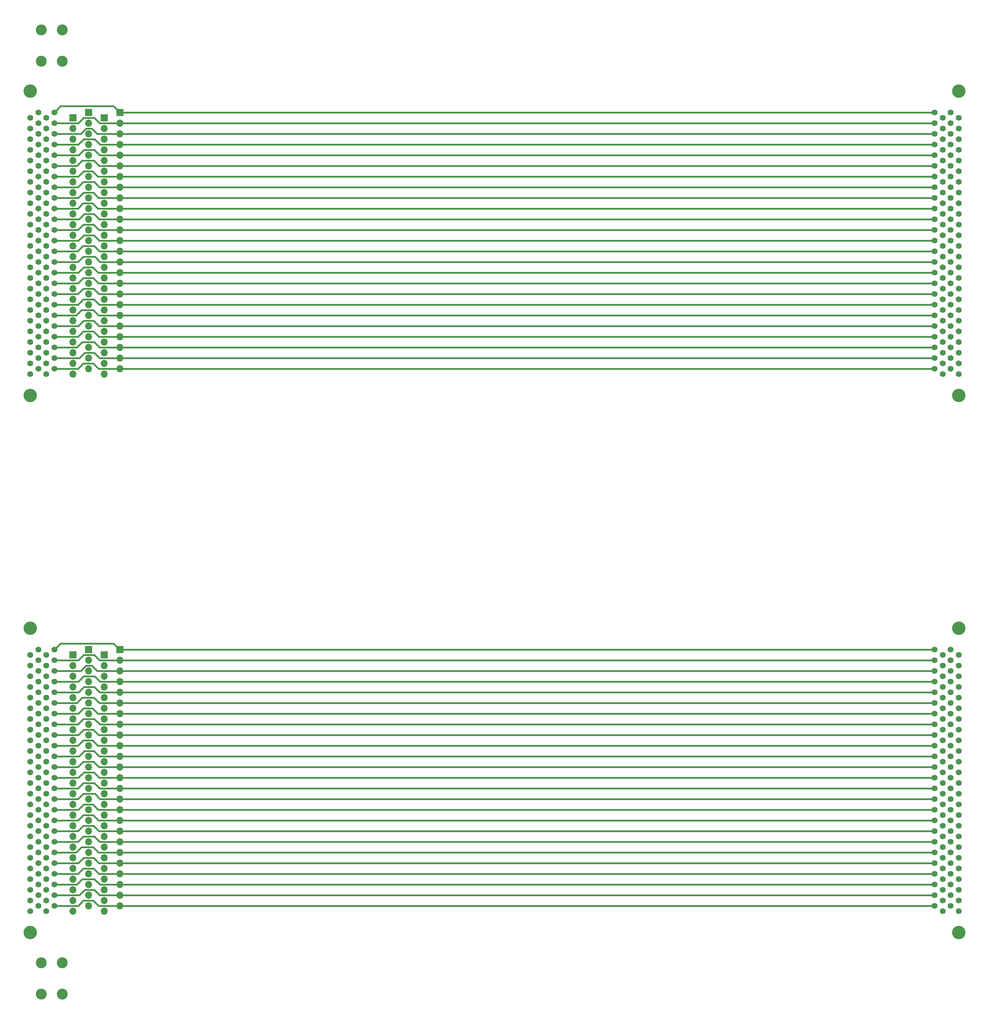
<source format=gbr>
%TF.GenerationSoftware,KiCad,Pcbnew,5.1.12-84ad8e8a86~92~ubuntu20.04.1*%
%TF.CreationDate,2022-06-08T18:54:32+02:00*%
%TF.ProjectId,bvm-a-card-breakout,62766d2d-612d-4636-9172-642d62726561,rev?*%
%TF.SameCoordinates,Original*%
%TF.FileFunction,Copper,L3,Inr*%
%TF.FilePolarity,Positive*%
%FSLAX46Y46*%
G04 Gerber Fmt 4.6, Leading zero omitted, Abs format (unit mm)*
G04 Created by KiCad (PCBNEW 5.1.12-84ad8e8a86~92~ubuntu20.04.1) date 2022-06-08 18:54:32*
%MOMM*%
%LPD*%
G01*
G04 APERTURE LIST*
%TA.AperFunction,ComponentPad*%
%ADD10C,3.200000*%
%TD*%
%TA.AperFunction,ComponentPad*%
%ADD11C,1.400000*%
%TD*%
%TA.AperFunction,ComponentPad*%
%ADD12O,1.700000X1.700000*%
%TD*%
%TA.AperFunction,ComponentPad*%
%ADD13R,1.700000X1.700000*%
%TD*%
%TA.AperFunction,ComponentPad*%
%ADD14C,2.600000*%
%TD*%
%TA.AperFunction,Conductor*%
%ADD15C,0.400000*%
%TD*%
G04 APERTURE END LIST*
D10*
%TO.N,N/C*%
%TO.C,J1*%
X124648840Y-162687000D03*
X124648840Y-90297000D03*
D11*
%TO.N,B2*%
X124648840Y-96647000D03*
%TO.N,B4*%
X124648840Y-99187000D03*
%TO.N,B6*%
X124648840Y-101727000D03*
%TO.N,B8*%
X124648840Y-104267000D03*
%TO.N,B10*%
X124648840Y-106807000D03*
%TO.N,B12*%
X124648840Y-109347000D03*
%TO.N,B14*%
X124648840Y-111887000D03*
%TO.N,B16*%
X124648840Y-114427000D03*
%TO.N,B18*%
X124648840Y-116967000D03*
%TO.N,B20*%
X124648840Y-119507000D03*
%TO.N,B22*%
X124648840Y-122047000D03*
%TO.N,B24*%
X124648840Y-124587000D03*
%TO.N,B26*%
X124648840Y-127127000D03*
%TO.N,B28*%
X124648840Y-129667000D03*
%TO.N,B30*%
X124648840Y-132207000D03*
%TO.N,B32*%
X124648840Y-134747000D03*
%TO.N,B34*%
X124648840Y-137287000D03*
%TO.N,B36*%
X124648840Y-139827000D03*
%TO.N,B38*%
X124648840Y-142367000D03*
%TO.N,B40*%
X124648840Y-144907000D03*
%TO.N,B42*%
X124648840Y-147447000D03*
%TO.N,B44*%
X124648840Y-149987000D03*
%TO.N,B46*%
X124648840Y-152527000D03*
%TO.N,B48*%
X124648840Y-155067000D03*
%TO.N,B50*%
X124648840Y-157607000D03*
%TO.N,A1*%
X130363840Y-95377000D03*
%TO.N,A3*%
X130363840Y-97917000D03*
%TO.N,A5*%
X130363840Y-100457000D03*
%TO.N,A7*%
X130363840Y-102997000D03*
%TO.N,A9*%
X130363840Y-105537000D03*
%TO.N,A11*%
X130363840Y-108077000D03*
%TO.N,A13*%
X130363840Y-110617000D03*
%TO.N,A15*%
X130363840Y-113157000D03*
%TO.N,A17*%
X130363840Y-115697000D03*
%TO.N,A19*%
X130363840Y-118237000D03*
%TO.N,A21*%
X130363840Y-120777000D03*
%TO.N,A23*%
X130363840Y-123317000D03*
%TO.N,A25*%
X130363840Y-125857000D03*
%TO.N,A27*%
X130363840Y-128397000D03*
%TO.N,A29*%
X130363840Y-130937000D03*
%TO.N,A31*%
X130363840Y-133477000D03*
%TO.N,A33*%
X130363840Y-136017000D03*
%TO.N,A35*%
X130363840Y-138557000D03*
%TO.N,A37*%
X130363840Y-141097000D03*
%TO.N,A39*%
X130363840Y-143637000D03*
%TO.N,A41*%
X130363840Y-146177000D03*
%TO.N,A43*%
X130363840Y-148717000D03*
%TO.N,A45*%
X130363840Y-151257000D03*
%TO.N,A47*%
X130363840Y-153797000D03*
%TO.N,A49*%
X130363840Y-156337000D03*
%TO.N,A2*%
X128458840Y-96647000D03*
%TO.N,A4*%
X128458840Y-99187000D03*
%TO.N,A6*%
X128458840Y-101727000D03*
%TO.N,A8*%
X128458840Y-104267000D03*
%TO.N,A10*%
X128458840Y-106807000D03*
%TO.N,A12*%
X128458840Y-109347000D03*
%TO.N,A14*%
X128458840Y-111887000D03*
%TO.N,A16*%
X128458840Y-114427000D03*
%TO.N,A18*%
X128458840Y-116967000D03*
%TO.N,A20*%
X128458840Y-119507000D03*
%TO.N,A22*%
X128458840Y-122047000D03*
%TO.N,A24*%
X128458840Y-124587000D03*
%TO.N,A26*%
X128458840Y-127127000D03*
%TO.N,A28*%
X128458840Y-129667000D03*
%TO.N,A30*%
X128458840Y-132207000D03*
%TO.N,A32*%
X128458840Y-134747000D03*
%TO.N,A34*%
X128458840Y-137287000D03*
%TO.N,A36*%
X128458840Y-139827000D03*
%TO.N,A38*%
X128458840Y-142367000D03*
%TO.N,A40*%
X128458840Y-144907000D03*
%TO.N,A42*%
X128458840Y-147447000D03*
%TO.N,A44*%
X128458840Y-149987000D03*
%TO.N,A46*%
X128458840Y-152527000D03*
%TO.N,A48*%
X128458840Y-155067000D03*
%TO.N,A50*%
X128458840Y-157607000D03*
%TO.N,B1*%
X126553840Y-95377000D03*
%TO.N,B3*%
X126553840Y-97917000D03*
%TO.N,B5*%
X126553840Y-100457000D03*
%TO.N,B7*%
X126553840Y-102997000D03*
%TO.N,B9*%
X126553840Y-105537000D03*
%TO.N,B11*%
X126553840Y-108077000D03*
%TO.N,B13*%
X126553840Y-110617000D03*
%TO.N,B15*%
X126553840Y-113157000D03*
%TO.N,B17*%
X126553840Y-115697000D03*
%TO.N,B19*%
X126553840Y-118237000D03*
%TO.N,B21*%
X126553840Y-120777000D03*
%TO.N,B23*%
X126553840Y-123317000D03*
%TO.N,B25*%
X126553840Y-125857000D03*
%TO.N,B27*%
X126553840Y-128397000D03*
%TO.N,B29*%
X126553840Y-130937000D03*
%TO.N,B31*%
X126553840Y-133477000D03*
%TO.N,B33*%
X126553840Y-136017000D03*
%TO.N,B35*%
X126553840Y-138557000D03*
%TO.N,B37*%
X126553840Y-141097000D03*
%TO.N,B39*%
X126553840Y-143637000D03*
%TO.N,B41*%
X126553840Y-146177000D03*
%TO.N,B43*%
X126553840Y-148717000D03*
%TO.N,B45*%
X126553840Y-151257000D03*
%TO.N,B47*%
X126553840Y-153797000D03*
%TO.N,B49*%
X126553840Y-156337000D03*
%TD*%
%TO.N,B49_2*%
%TO.C,J11*%
X126552960Y-284129480D03*
%TO.N,B47_2*%
X126552960Y-281589480D03*
%TO.N,B45_2*%
X126552960Y-279049480D03*
%TO.N,B43_2*%
X126552960Y-276509480D03*
%TO.N,B41_2*%
X126552960Y-273969480D03*
%TO.N,B39_2*%
X126552960Y-271429480D03*
%TO.N,B37_2*%
X126552960Y-268889480D03*
%TO.N,B35_2*%
X126552960Y-266349480D03*
%TO.N,B33_2*%
X126552960Y-263809480D03*
%TO.N,B31_2*%
X126552960Y-261269480D03*
%TO.N,B29_2*%
X126552960Y-258729480D03*
%TO.N,B27_2*%
X126552960Y-256189480D03*
%TO.N,B25_2*%
X126552960Y-253649480D03*
%TO.N,B23_2*%
X126552960Y-251109480D03*
%TO.N,B21_2*%
X126552960Y-248569480D03*
%TO.N,B19_2*%
X126552960Y-246029480D03*
%TO.N,B17_2*%
X126552960Y-243489480D03*
%TO.N,B15_2*%
X126552960Y-240949480D03*
%TO.N,B13_2*%
X126552960Y-238409480D03*
%TO.N,B11_2*%
X126552960Y-235869480D03*
%TO.N,B9_2*%
X126552960Y-233329480D03*
%TO.N,B7_2*%
X126552960Y-230789480D03*
%TO.N,B5_2*%
X126552960Y-228249480D03*
%TO.N,B3_2*%
X126552960Y-225709480D03*
%TO.N,B1_2*%
X126552960Y-223169480D03*
%TO.N,A50_2*%
X128457960Y-285399480D03*
%TO.N,A48_2*%
X128457960Y-282859480D03*
%TO.N,A46_2*%
X128457960Y-280319480D03*
%TO.N,A44_2*%
X128457960Y-277779480D03*
%TO.N,A42_2*%
X128457960Y-275239480D03*
%TO.N,A40_2*%
X128457960Y-272699480D03*
%TO.N,A38_2*%
X128457960Y-270159480D03*
%TO.N,A36_2*%
X128457960Y-267619480D03*
%TO.N,A34_2*%
X128457960Y-265079480D03*
%TO.N,A32_2*%
X128457960Y-262539480D03*
%TO.N,A30_2*%
X128457960Y-259999480D03*
%TO.N,A28_2*%
X128457960Y-257459480D03*
%TO.N,A26_2*%
X128457960Y-254919480D03*
%TO.N,A24_2*%
X128457960Y-252379480D03*
%TO.N,A22_2*%
X128457960Y-249839480D03*
%TO.N,A20_2*%
X128457960Y-247299480D03*
%TO.N,A18_2*%
X128457960Y-244759480D03*
%TO.N,A16_2*%
X128457960Y-242219480D03*
%TO.N,A14_2*%
X128457960Y-239679480D03*
%TO.N,A12_2*%
X128457960Y-237139480D03*
%TO.N,A10_2*%
X128457960Y-234599480D03*
%TO.N,A8_2*%
X128457960Y-232059480D03*
%TO.N,A6_2*%
X128457960Y-229519480D03*
%TO.N,A4_2*%
X128457960Y-226979480D03*
%TO.N,A2_2*%
X128457960Y-224439480D03*
%TO.N,A49_2*%
X130362960Y-284129480D03*
%TO.N,A47_2*%
X130362960Y-281589480D03*
%TO.N,A45_2*%
X130362960Y-279049480D03*
%TO.N,A43_2*%
X130362960Y-276509480D03*
%TO.N,A41_2*%
X130362960Y-273969480D03*
%TO.N,A39_2*%
X130362960Y-271429480D03*
%TO.N,A37_2*%
X130362960Y-268889480D03*
%TO.N,A35_2*%
X130362960Y-266349480D03*
%TO.N,A33_2*%
X130362960Y-263809480D03*
%TO.N,A31_2*%
X130362960Y-261269480D03*
%TO.N,A29_2*%
X130362960Y-258729480D03*
%TO.N,A27_2*%
X130362960Y-256189480D03*
%TO.N,A25_2*%
X130362960Y-253649480D03*
%TO.N,A23_2*%
X130362960Y-251109480D03*
%TO.N,A21_2*%
X130362960Y-248569480D03*
%TO.N,A19_2*%
X130362960Y-246029480D03*
%TO.N,A17_2*%
X130362960Y-243489480D03*
%TO.N,A15_2*%
X130362960Y-240949480D03*
%TO.N,A13_2*%
X130362960Y-238409480D03*
%TO.N,A11_2*%
X130362960Y-235869480D03*
%TO.N,A9_2*%
X130362960Y-233329480D03*
%TO.N,A7_2*%
X130362960Y-230789480D03*
%TO.N,A5_2*%
X130362960Y-228249480D03*
%TO.N,A3_2*%
X130362960Y-225709480D03*
%TO.N,A1_2*%
X130362960Y-223169480D03*
%TO.N,B50_2*%
X124647960Y-285399480D03*
%TO.N,B48_2*%
X124647960Y-282859480D03*
%TO.N,B46_2*%
X124647960Y-280319480D03*
%TO.N,B44_2*%
X124647960Y-277779480D03*
%TO.N,B42_2*%
X124647960Y-275239480D03*
%TO.N,B40_2*%
X124647960Y-272699480D03*
%TO.N,B38_2*%
X124647960Y-270159480D03*
%TO.N,B36_2*%
X124647960Y-267619480D03*
%TO.N,B34_2*%
X124647960Y-265079480D03*
%TO.N,B32_2*%
X124647960Y-262539480D03*
%TO.N,B30_2*%
X124647960Y-259999480D03*
%TO.N,B28_2*%
X124647960Y-257459480D03*
%TO.N,B26_2*%
X124647960Y-254919480D03*
%TO.N,B24_2*%
X124647960Y-252379480D03*
%TO.N,B22_2*%
X124647960Y-249839480D03*
%TO.N,B20_2*%
X124647960Y-247299480D03*
%TO.N,B18_2*%
X124647960Y-244759480D03*
%TO.N,B16_2*%
X124647960Y-242219480D03*
%TO.N,B14_2*%
X124647960Y-239679480D03*
%TO.N,B12_2*%
X124647960Y-237139480D03*
%TO.N,B10_2*%
X124647960Y-234599480D03*
%TO.N,B8_2*%
X124647960Y-232059480D03*
%TO.N,B6_2*%
X124647960Y-229519480D03*
%TO.N,B4_2*%
X124647960Y-226979480D03*
%TO.N,B2_2*%
X124647960Y-224439480D03*
D10*
%TO.N,N/C*%
X124647960Y-218089480D03*
X124647960Y-290479480D03*
%TD*%
%TO.N,N/C*%
%TO.C,J2*%
X345588240Y-162683560D03*
X345588240Y-90293560D03*
D11*
%TO.N,B2*%
X345588240Y-96643560D03*
%TO.N,B4*%
X345588240Y-99183560D03*
%TO.N,B6*%
X345588240Y-101723560D03*
%TO.N,B8*%
X345588240Y-104263560D03*
%TO.N,B10*%
X345588240Y-106803560D03*
%TO.N,B12*%
X345588240Y-109343560D03*
%TO.N,B14*%
X345588240Y-111883560D03*
%TO.N,B16*%
X345588240Y-114423560D03*
%TO.N,B18*%
X345588240Y-116963560D03*
%TO.N,B20*%
X345588240Y-119503560D03*
%TO.N,B22*%
X345588240Y-122043560D03*
%TO.N,B24*%
X345588240Y-124583560D03*
%TO.N,B26*%
X345588240Y-127123560D03*
%TO.N,B28*%
X345588240Y-129663560D03*
%TO.N,B30*%
X345588240Y-132203560D03*
%TO.N,B32*%
X345588240Y-134743560D03*
%TO.N,B34*%
X345588240Y-137283560D03*
%TO.N,B36*%
X345588240Y-139823560D03*
%TO.N,B38*%
X345588240Y-142363560D03*
%TO.N,B40*%
X345588240Y-144903560D03*
%TO.N,B42*%
X345588240Y-147443560D03*
%TO.N,B44*%
X345588240Y-149983560D03*
%TO.N,B46*%
X345588240Y-152523560D03*
%TO.N,B48*%
X345588240Y-155063560D03*
%TO.N,B50*%
X345588240Y-157603560D03*
%TO.N,A1*%
X339873240Y-95373560D03*
%TO.N,A3*%
X339873240Y-97913560D03*
%TO.N,A5*%
X339873240Y-100453560D03*
%TO.N,A7*%
X339873240Y-102993560D03*
%TO.N,A9*%
X339873240Y-105533560D03*
%TO.N,A11*%
X339873240Y-108073560D03*
%TO.N,A13*%
X339873240Y-110613560D03*
%TO.N,A15*%
X339873240Y-113153560D03*
%TO.N,A17*%
X339873240Y-115693560D03*
%TO.N,A19*%
X339873240Y-118233560D03*
%TO.N,A21*%
X339873240Y-120773560D03*
%TO.N,A23*%
X339873240Y-123313560D03*
%TO.N,A25*%
X339873240Y-125853560D03*
%TO.N,A27*%
X339873240Y-128393560D03*
%TO.N,A29*%
X339873240Y-130933560D03*
%TO.N,A31*%
X339873240Y-133473560D03*
%TO.N,A33*%
X339873240Y-136013560D03*
%TO.N,A35*%
X339873240Y-138553560D03*
%TO.N,A37*%
X339873240Y-141093560D03*
%TO.N,A39*%
X339873240Y-143633560D03*
%TO.N,A41*%
X339873240Y-146173560D03*
%TO.N,A43*%
X339873240Y-148713560D03*
%TO.N,A45*%
X339873240Y-151253560D03*
%TO.N,A47*%
X339873240Y-153793560D03*
%TO.N,A49*%
X339873240Y-156333560D03*
%TO.N,A2*%
X341778240Y-96643560D03*
%TO.N,A4*%
X341778240Y-99183560D03*
%TO.N,A6*%
X341778240Y-101723560D03*
%TO.N,A8*%
X341778240Y-104263560D03*
%TO.N,A10*%
X341778240Y-106803560D03*
%TO.N,A12*%
X341778240Y-109343560D03*
%TO.N,A14*%
X341778240Y-111883560D03*
%TO.N,A16*%
X341778240Y-114423560D03*
%TO.N,A18*%
X341778240Y-116963560D03*
%TO.N,A20*%
X341778240Y-119503560D03*
%TO.N,A22*%
X341778240Y-122043560D03*
%TO.N,A24*%
X341778240Y-124583560D03*
%TO.N,A26*%
X341778240Y-127123560D03*
%TO.N,A28*%
X341778240Y-129663560D03*
%TO.N,A30*%
X341778240Y-132203560D03*
%TO.N,A32*%
X341778240Y-134743560D03*
%TO.N,A34*%
X341778240Y-137283560D03*
%TO.N,A36*%
X341778240Y-139823560D03*
%TO.N,A38*%
X341778240Y-142363560D03*
%TO.N,A40*%
X341778240Y-144903560D03*
%TO.N,A42*%
X341778240Y-147443560D03*
%TO.N,A44*%
X341778240Y-149983560D03*
%TO.N,A46*%
X341778240Y-152523560D03*
%TO.N,A48*%
X341778240Y-155063560D03*
%TO.N,A50*%
X341778240Y-157603560D03*
%TO.N,B1*%
X343683240Y-95373560D03*
%TO.N,B3*%
X343683240Y-97913560D03*
%TO.N,B5*%
X343683240Y-100453560D03*
%TO.N,B7*%
X343683240Y-102993560D03*
%TO.N,B9*%
X343683240Y-105533560D03*
%TO.N,B11*%
X343683240Y-108073560D03*
%TO.N,B13*%
X343683240Y-110613560D03*
%TO.N,B15*%
X343683240Y-113153560D03*
%TO.N,B17*%
X343683240Y-115693560D03*
%TO.N,B19*%
X343683240Y-118233560D03*
%TO.N,B21*%
X343683240Y-120773560D03*
%TO.N,B23*%
X343683240Y-123313560D03*
%TO.N,B25*%
X343683240Y-125853560D03*
%TO.N,B27*%
X343683240Y-128393560D03*
%TO.N,B29*%
X343683240Y-130933560D03*
%TO.N,B31*%
X343683240Y-133473560D03*
%TO.N,B33*%
X343683240Y-136013560D03*
%TO.N,B35*%
X343683240Y-138553560D03*
%TO.N,B37*%
X343683240Y-141093560D03*
%TO.N,B39*%
X343683240Y-143633560D03*
%TO.N,B41*%
X343683240Y-146173560D03*
%TO.N,B43*%
X343683240Y-148713560D03*
%TO.N,B45*%
X343683240Y-151253560D03*
%TO.N,B47*%
X343683240Y-153793560D03*
%TO.N,B49*%
X343683240Y-156333560D03*
%TD*%
D10*
%TO.N,N/C*%
%TO.C,J12*%
X345587320Y-290474400D03*
X345587320Y-218084400D03*
D11*
%TO.N,B2_2*%
X345587320Y-224434400D03*
%TO.N,B4_2*%
X345587320Y-226974400D03*
%TO.N,B6_2*%
X345587320Y-229514400D03*
%TO.N,B8_2*%
X345587320Y-232054400D03*
%TO.N,B10_2*%
X345587320Y-234594400D03*
%TO.N,B12_2*%
X345587320Y-237134400D03*
%TO.N,B14_2*%
X345587320Y-239674400D03*
%TO.N,B16_2*%
X345587320Y-242214400D03*
%TO.N,B18_2*%
X345587320Y-244754400D03*
%TO.N,B20_2*%
X345587320Y-247294400D03*
%TO.N,B22_2*%
X345587320Y-249834400D03*
%TO.N,B24_2*%
X345587320Y-252374400D03*
%TO.N,B26_2*%
X345587320Y-254914400D03*
%TO.N,B28_2*%
X345587320Y-257454400D03*
%TO.N,B30_2*%
X345587320Y-259994400D03*
%TO.N,B32_2*%
X345587320Y-262534400D03*
%TO.N,B34_2*%
X345587320Y-265074400D03*
%TO.N,B36_2*%
X345587320Y-267614400D03*
%TO.N,B38_2*%
X345587320Y-270154400D03*
%TO.N,B40_2*%
X345587320Y-272694400D03*
%TO.N,B42_2*%
X345587320Y-275234400D03*
%TO.N,B44_2*%
X345587320Y-277774400D03*
%TO.N,B46_2*%
X345587320Y-280314400D03*
%TO.N,B48_2*%
X345587320Y-282854400D03*
%TO.N,B50_2*%
X345587320Y-285394400D03*
%TO.N,A1_2*%
X339872320Y-223164400D03*
%TO.N,A3_2*%
X339872320Y-225704400D03*
%TO.N,A5_2*%
X339872320Y-228244400D03*
%TO.N,A7_2*%
X339872320Y-230784400D03*
%TO.N,A9_2*%
X339872320Y-233324400D03*
%TO.N,A11_2*%
X339872320Y-235864400D03*
%TO.N,A13_2*%
X339872320Y-238404400D03*
%TO.N,A15_2*%
X339872320Y-240944400D03*
%TO.N,A17_2*%
X339872320Y-243484400D03*
%TO.N,A19_2*%
X339872320Y-246024400D03*
%TO.N,A21_2*%
X339872320Y-248564400D03*
%TO.N,A23_2*%
X339872320Y-251104400D03*
%TO.N,A25_2*%
X339872320Y-253644400D03*
%TO.N,A27_2*%
X339872320Y-256184400D03*
%TO.N,A29_2*%
X339872320Y-258724400D03*
%TO.N,A31_2*%
X339872320Y-261264400D03*
%TO.N,A33_2*%
X339872320Y-263804400D03*
%TO.N,A35_2*%
X339872320Y-266344400D03*
%TO.N,A37_2*%
X339872320Y-268884400D03*
%TO.N,A39_2*%
X339872320Y-271424400D03*
%TO.N,A41_2*%
X339872320Y-273964400D03*
%TO.N,A43_2*%
X339872320Y-276504400D03*
%TO.N,A45_2*%
X339872320Y-279044400D03*
%TO.N,A47_2*%
X339872320Y-281584400D03*
%TO.N,A49_2*%
X339872320Y-284124400D03*
%TO.N,A2_2*%
X341777320Y-224434400D03*
%TO.N,A4_2*%
X341777320Y-226974400D03*
%TO.N,A6_2*%
X341777320Y-229514400D03*
%TO.N,A8_2*%
X341777320Y-232054400D03*
%TO.N,A10_2*%
X341777320Y-234594400D03*
%TO.N,A12_2*%
X341777320Y-237134400D03*
%TO.N,A14_2*%
X341777320Y-239674400D03*
%TO.N,A16_2*%
X341777320Y-242214400D03*
%TO.N,A18_2*%
X341777320Y-244754400D03*
%TO.N,A20_2*%
X341777320Y-247294400D03*
%TO.N,A22_2*%
X341777320Y-249834400D03*
%TO.N,A24_2*%
X341777320Y-252374400D03*
%TO.N,A26_2*%
X341777320Y-254914400D03*
%TO.N,A28_2*%
X341777320Y-257454400D03*
%TO.N,A30_2*%
X341777320Y-259994400D03*
%TO.N,A32_2*%
X341777320Y-262534400D03*
%TO.N,A34_2*%
X341777320Y-265074400D03*
%TO.N,A36_2*%
X341777320Y-267614400D03*
%TO.N,A38_2*%
X341777320Y-270154400D03*
%TO.N,A40_2*%
X341777320Y-272694400D03*
%TO.N,A42_2*%
X341777320Y-275234400D03*
%TO.N,A44_2*%
X341777320Y-277774400D03*
%TO.N,A46_2*%
X341777320Y-280314400D03*
%TO.N,A48_2*%
X341777320Y-282854400D03*
%TO.N,A50_2*%
X341777320Y-285394400D03*
%TO.N,B1_2*%
X343682320Y-223164400D03*
%TO.N,B3_2*%
X343682320Y-225704400D03*
%TO.N,B5_2*%
X343682320Y-228244400D03*
%TO.N,B7_2*%
X343682320Y-230784400D03*
%TO.N,B9_2*%
X343682320Y-233324400D03*
%TO.N,B11_2*%
X343682320Y-235864400D03*
%TO.N,B13_2*%
X343682320Y-238404400D03*
%TO.N,B15_2*%
X343682320Y-240944400D03*
%TO.N,B17_2*%
X343682320Y-243484400D03*
%TO.N,B19_2*%
X343682320Y-246024400D03*
%TO.N,B21_2*%
X343682320Y-248564400D03*
%TO.N,B23_2*%
X343682320Y-251104400D03*
%TO.N,B25_2*%
X343682320Y-253644400D03*
%TO.N,B27_2*%
X343682320Y-256184400D03*
%TO.N,B29_2*%
X343682320Y-258724400D03*
%TO.N,B31_2*%
X343682320Y-261264400D03*
%TO.N,B33_2*%
X343682320Y-263804400D03*
%TO.N,B35_2*%
X343682320Y-266344400D03*
%TO.N,B37_2*%
X343682320Y-268884400D03*
%TO.N,B39_2*%
X343682320Y-271424400D03*
%TO.N,B41_2*%
X343682320Y-273964400D03*
%TO.N,B43_2*%
X343682320Y-276504400D03*
%TO.N,B45_2*%
X343682320Y-279044400D03*
%TO.N,B47_2*%
X343682320Y-281584400D03*
%TO.N,B49_2*%
X343682320Y-284124400D03*
%TD*%
D12*
%TO.N,B49*%
%TO.C,J3*%
X138488840Y-156320860D03*
%TO.N,B47*%
X138488840Y-153780860D03*
%TO.N,B45*%
X138488840Y-151240860D03*
%TO.N,B43*%
X138488840Y-148700860D03*
%TO.N,B41*%
X138488840Y-146160860D03*
%TO.N,B39*%
X138488840Y-143620860D03*
%TO.N,B37*%
X138488840Y-141080860D03*
%TO.N,B35*%
X138488840Y-138540860D03*
%TO.N,B33*%
X138488840Y-136000860D03*
%TO.N,B31*%
X138488840Y-133460860D03*
%TO.N,B29*%
X138488840Y-130920860D03*
%TO.N,B27*%
X138488840Y-128380860D03*
%TO.N,B25*%
X138488840Y-125840860D03*
%TO.N,B23*%
X138488840Y-123300860D03*
%TO.N,B21*%
X138488840Y-120760860D03*
%TO.N,B19*%
X138488840Y-118220860D03*
%TO.N,B17*%
X138488840Y-115680860D03*
%TO.N,B15*%
X138488840Y-113140860D03*
%TO.N,B13*%
X138488840Y-110600860D03*
%TO.N,B11*%
X138488840Y-108060860D03*
%TO.N,B9*%
X138488840Y-105520860D03*
%TO.N,B7*%
X138488840Y-102980860D03*
%TO.N,B5*%
X138488840Y-100440860D03*
%TO.N,B3*%
X138488840Y-97900860D03*
D13*
%TO.N,B1*%
X138488840Y-95360860D03*
%TD*%
%TO.N,B2*%
%TO.C,J5*%
X134763840Y-96635860D03*
D12*
%TO.N,B4*%
X134763840Y-99175860D03*
%TO.N,B6*%
X134763840Y-101715860D03*
%TO.N,B8*%
X134763840Y-104255860D03*
%TO.N,B10*%
X134763840Y-106795860D03*
%TO.N,B12*%
X134763840Y-109335860D03*
%TO.N,B14*%
X134763840Y-111875860D03*
%TO.N,B16*%
X134763840Y-114415860D03*
%TO.N,B18*%
X134763840Y-116955860D03*
%TO.N,B20*%
X134763840Y-119495860D03*
%TO.N,B22*%
X134763840Y-122035860D03*
%TO.N,B24*%
X134763840Y-124575860D03*
%TO.N,B26*%
X134763840Y-127115860D03*
%TO.N,B28*%
X134763840Y-129655860D03*
%TO.N,B30*%
X134763840Y-132195860D03*
%TO.N,B32*%
X134763840Y-134735860D03*
%TO.N,B34*%
X134763840Y-137275860D03*
%TO.N,B36*%
X134763840Y-139815860D03*
%TO.N,B38*%
X134763840Y-142355860D03*
%TO.N,B40*%
X134763840Y-144895860D03*
%TO.N,B42*%
X134763840Y-147435860D03*
%TO.N,B44*%
X134763840Y-149975860D03*
%TO.N,B46*%
X134763840Y-152515860D03*
%TO.N,B48*%
X134763840Y-155055860D03*
%TO.N,B50*%
X134763840Y-157595860D03*
%TD*%
%TO.N,A49*%
%TO.C,J4*%
X145938840Y-156320860D03*
%TO.N,A47*%
X145938840Y-153780860D03*
%TO.N,A45*%
X145938840Y-151240860D03*
%TO.N,A43*%
X145938840Y-148700860D03*
%TO.N,A41*%
X145938840Y-146160860D03*
%TO.N,A39*%
X145938840Y-143620860D03*
%TO.N,A37*%
X145938840Y-141080860D03*
%TO.N,A35*%
X145938840Y-138540860D03*
%TO.N,A33*%
X145938840Y-136000860D03*
%TO.N,A31*%
X145938840Y-133460860D03*
%TO.N,A29*%
X145938840Y-130920860D03*
%TO.N,A27*%
X145938840Y-128380860D03*
%TO.N,A25*%
X145938840Y-125840860D03*
%TO.N,A23*%
X145938840Y-123300860D03*
%TO.N,A21*%
X145938840Y-120760860D03*
%TO.N,A19*%
X145938840Y-118220860D03*
%TO.N,A17*%
X145938840Y-115680860D03*
%TO.N,A15*%
X145938840Y-113140860D03*
%TO.N,A13*%
X145938840Y-110600860D03*
%TO.N,A11*%
X145938840Y-108060860D03*
%TO.N,A9*%
X145938840Y-105520860D03*
%TO.N,A7*%
X145938840Y-102980860D03*
%TO.N,A5*%
X145938840Y-100440860D03*
%TO.N,A3*%
X145938840Y-97900860D03*
D13*
%TO.N,A1*%
X145938840Y-95360860D03*
%TD*%
%TO.N,A2*%
%TO.C,J6*%
X142213840Y-96635860D03*
D12*
%TO.N,A4*%
X142213840Y-99175860D03*
%TO.N,A6*%
X142213840Y-101715860D03*
%TO.N,A8*%
X142213840Y-104255860D03*
%TO.N,A10*%
X142213840Y-106795860D03*
%TO.N,A12*%
X142213840Y-109335860D03*
%TO.N,A14*%
X142213840Y-111875860D03*
%TO.N,A16*%
X142213840Y-114415860D03*
%TO.N,A18*%
X142213840Y-116955860D03*
%TO.N,A20*%
X142213840Y-119495860D03*
%TO.N,A22*%
X142213840Y-122035860D03*
%TO.N,A24*%
X142213840Y-124575860D03*
%TO.N,A26*%
X142213840Y-127115860D03*
%TO.N,A28*%
X142213840Y-129655860D03*
%TO.N,A30*%
X142213840Y-132195860D03*
%TO.N,A32*%
X142213840Y-134735860D03*
%TO.N,A34*%
X142213840Y-137275860D03*
%TO.N,A36*%
X142213840Y-139815860D03*
%TO.N,A38*%
X142213840Y-142355860D03*
%TO.N,A40*%
X142213840Y-144895860D03*
%TO.N,A42*%
X142213840Y-147435860D03*
%TO.N,A44*%
X142213840Y-149975860D03*
%TO.N,A46*%
X142213840Y-152515860D03*
%TO.N,A48*%
X142213840Y-155055860D03*
%TO.N,A50*%
X142213840Y-157595860D03*
%TD*%
D14*
%TO.N,N/C*%
%TO.C,H2*%
X127274000Y-75722360D03*
X132274000Y-75722360D03*
X132274000Y-83222360D03*
X127274000Y-83222360D03*
%TD*%
%TO.N,N/C*%
%TO.C,H1*%
X127274000Y-305122360D03*
X132274000Y-305122360D03*
X132274000Y-297622360D03*
X127274000Y-297622360D03*
%TD*%
D12*
%TO.N,B49_2*%
%TO.C,J13*%
X138488840Y-284123500D03*
%TO.N,B47_2*%
X138488840Y-281583500D03*
%TO.N,B45_2*%
X138488840Y-279043500D03*
%TO.N,B43_2*%
X138488840Y-276503500D03*
%TO.N,B41_2*%
X138488840Y-273963500D03*
%TO.N,B39_2*%
X138488840Y-271423500D03*
%TO.N,B37_2*%
X138488840Y-268883500D03*
%TO.N,B35_2*%
X138488840Y-266343500D03*
%TO.N,B33_2*%
X138488840Y-263803500D03*
%TO.N,B31_2*%
X138488840Y-261263500D03*
%TO.N,B29_2*%
X138488840Y-258723500D03*
%TO.N,B27_2*%
X138488840Y-256183500D03*
%TO.N,B25_2*%
X138488840Y-253643500D03*
%TO.N,B23_2*%
X138488840Y-251103500D03*
%TO.N,B21_2*%
X138488840Y-248563500D03*
%TO.N,B19_2*%
X138488840Y-246023500D03*
%TO.N,B17_2*%
X138488840Y-243483500D03*
%TO.N,B15_2*%
X138488840Y-240943500D03*
%TO.N,B13_2*%
X138488840Y-238403500D03*
%TO.N,B11_2*%
X138488840Y-235863500D03*
%TO.N,B9_2*%
X138488840Y-233323500D03*
%TO.N,B7_2*%
X138488840Y-230783500D03*
%TO.N,B5_2*%
X138488840Y-228243500D03*
%TO.N,B3_2*%
X138488840Y-225703500D03*
D13*
%TO.N,B1_2*%
X138488840Y-223163500D03*
%TD*%
D12*
%TO.N,A49_2*%
%TO.C,J14*%
X145938840Y-284123500D03*
%TO.N,A47_2*%
X145938840Y-281583500D03*
%TO.N,A45_2*%
X145938840Y-279043500D03*
%TO.N,A43_2*%
X145938840Y-276503500D03*
%TO.N,A41_2*%
X145938840Y-273963500D03*
%TO.N,A39_2*%
X145938840Y-271423500D03*
%TO.N,A37_2*%
X145938840Y-268883500D03*
%TO.N,A35_2*%
X145938840Y-266343500D03*
%TO.N,A33_2*%
X145938840Y-263803500D03*
%TO.N,A31_2*%
X145938840Y-261263500D03*
%TO.N,A29_2*%
X145938840Y-258723500D03*
%TO.N,A27_2*%
X145938840Y-256183500D03*
%TO.N,A25_2*%
X145938840Y-253643500D03*
%TO.N,A23_2*%
X145938840Y-251103500D03*
%TO.N,A21_2*%
X145938840Y-248563500D03*
%TO.N,A19_2*%
X145938840Y-246023500D03*
%TO.N,A17_2*%
X145938840Y-243483500D03*
%TO.N,A15_2*%
X145938840Y-240943500D03*
%TO.N,A13_2*%
X145938840Y-238403500D03*
%TO.N,A11_2*%
X145938840Y-235863500D03*
%TO.N,A9_2*%
X145938840Y-233323500D03*
%TO.N,A7_2*%
X145938840Y-230783500D03*
%TO.N,A5_2*%
X145938840Y-228243500D03*
%TO.N,A3_2*%
X145938840Y-225703500D03*
D13*
%TO.N,A1_2*%
X145938840Y-223163500D03*
%TD*%
%TO.N,B2_2*%
%TO.C,J15*%
X134763840Y-224438500D03*
D12*
%TO.N,B4_2*%
X134763840Y-226978500D03*
%TO.N,B6_2*%
X134763840Y-229518500D03*
%TO.N,B8_2*%
X134763840Y-232058500D03*
%TO.N,B10_2*%
X134763840Y-234598500D03*
%TO.N,B12_2*%
X134763840Y-237138500D03*
%TO.N,B14_2*%
X134763840Y-239678500D03*
%TO.N,B16_2*%
X134763840Y-242218500D03*
%TO.N,B18_2*%
X134763840Y-244758500D03*
%TO.N,B20_2*%
X134763840Y-247298500D03*
%TO.N,B22_2*%
X134763840Y-249838500D03*
%TO.N,B24_2*%
X134763840Y-252378500D03*
%TO.N,B26_2*%
X134763840Y-254918500D03*
%TO.N,B28_2*%
X134763840Y-257458500D03*
%TO.N,B30_2*%
X134763840Y-259998500D03*
%TO.N,B32_2*%
X134763840Y-262538500D03*
%TO.N,B34_2*%
X134763840Y-265078500D03*
%TO.N,B36_2*%
X134763840Y-267618500D03*
%TO.N,B38_2*%
X134763840Y-270158500D03*
%TO.N,B40_2*%
X134763840Y-272698500D03*
%TO.N,B42_2*%
X134763840Y-275238500D03*
%TO.N,B44_2*%
X134763840Y-277778500D03*
%TO.N,B46_2*%
X134763840Y-280318500D03*
%TO.N,B48_2*%
X134763840Y-282858500D03*
%TO.N,B50_2*%
X134763840Y-285398500D03*
%TD*%
D13*
%TO.N,A2_2*%
%TO.C,J16*%
X142213840Y-224438500D03*
D12*
%TO.N,A4_2*%
X142213840Y-226978500D03*
%TO.N,A6_2*%
X142213840Y-229518500D03*
%TO.N,A8_2*%
X142213840Y-232058500D03*
%TO.N,A10_2*%
X142213840Y-234598500D03*
%TO.N,A12_2*%
X142213840Y-237138500D03*
%TO.N,A14_2*%
X142213840Y-239678500D03*
%TO.N,A16_2*%
X142213840Y-242218500D03*
%TO.N,A18_2*%
X142213840Y-244758500D03*
%TO.N,A20_2*%
X142213840Y-247298500D03*
%TO.N,A22_2*%
X142213840Y-249838500D03*
%TO.N,A24_2*%
X142213840Y-252378500D03*
%TO.N,A26_2*%
X142213840Y-254918500D03*
%TO.N,A28_2*%
X142213840Y-257458500D03*
%TO.N,A30_2*%
X142213840Y-259998500D03*
%TO.N,A32_2*%
X142213840Y-262538500D03*
%TO.N,A34_2*%
X142213840Y-265078500D03*
%TO.N,A36_2*%
X142213840Y-267618500D03*
%TO.N,A38_2*%
X142213840Y-270158500D03*
%TO.N,A40_2*%
X142213840Y-272698500D03*
%TO.N,A42_2*%
X142213840Y-275238500D03*
%TO.N,A44_2*%
X142213840Y-277778500D03*
%TO.N,A46_2*%
X142213840Y-280318500D03*
%TO.N,A48_2*%
X142213840Y-282858500D03*
%TO.N,A50_2*%
X142213840Y-285398500D03*
%TD*%
D15*
%TO.N,A49*%
X130361300Y-156323400D02*
X136026300Y-156323400D01*
X140871300Y-156323400D02*
X145936300Y-156323400D01*
X139611300Y-155063400D02*
X140871300Y-156323400D01*
X137286300Y-155063400D02*
X139611300Y-155063400D01*
X136026300Y-156323400D02*
X137286300Y-155063400D01*
X335445700Y-156323400D02*
X339870700Y-156323400D01*
X145936300Y-156323400D02*
X335445700Y-156323400D01*
%TO.N,A47*%
X130361300Y-153783400D02*
X136291300Y-153783400D01*
X141131300Y-153783400D02*
X145936300Y-153783400D01*
X139861300Y-152513400D02*
X141131300Y-153783400D01*
X137561300Y-152513400D02*
X139861300Y-152513400D01*
X136291300Y-153783400D02*
X137561300Y-152513400D01*
X335445700Y-153783400D02*
X339870700Y-153783400D01*
X145936300Y-153783400D02*
X335445700Y-153783400D01*
%TO.N,A45*%
X130361300Y-151243400D02*
X135756300Y-151243400D01*
X141191300Y-151243400D02*
X145936300Y-151243400D01*
X139911300Y-149963400D02*
X141191300Y-151243400D01*
X137036300Y-149963400D02*
X139911300Y-149963400D01*
X135756300Y-151243400D02*
X137036300Y-149963400D01*
X145936300Y-151243400D02*
X335445700Y-151243400D01*
X335445700Y-151243400D02*
X339870700Y-151243400D01*
%TO.N,A43*%
X130361300Y-148703400D02*
X136021300Y-148703400D01*
X136021300Y-148703400D02*
X137286300Y-147438400D01*
X137286300Y-147438400D02*
X139686300Y-147438400D01*
X139686300Y-147438400D02*
X140951300Y-148703400D01*
X140951300Y-148703400D02*
X145936300Y-148703400D01*
X145936300Y-148703400D02*
X335445700Y-148703400D01*
X335445700Y-148703400D02*
X339870700Y-148703400D01*
%TO.N,A41*%
X130361300Y-146163400D02*
X136061300Y-146163400D01*
X140986300Y-146163400D02*
X145936300Y-146163400D01*
X139711300Y-144888400D02*
X140986300Y-146163400D01*
X137336300Y-144888400D02*
X139711300Y-144888400D01*
X136061300Y-146163400D02*
X137336300Y-144888400D01*
X335445700Y-146163400D02*
X339870700Y-146163400D01*
X145936300Y-146163400D02*
X335445700Y-146163400D01*
%TO.N,A39*%
X335445700Y-143623400D02*
X339870700Y-143623400D01*
X130361300Y-143623400D02*
X135576300Y-143623400D01*
X140896300Y-143623400D02*
X145936300Y-143623400D01*
X139636300Y-142363400D02*
X140896300Y-143623400D01*
X136836300Y-142363400D02*
X139636300Y-142363400D01*
X135576300Y-143623400D02*
X136836300Y-142363400D01*
X145936300Y-143623400D02*
X335445700Y-143623400D01*
%TO.N,A37*%
X130361300Y-141083400D02*
X136016300Y-141083400D01*
X141106300Y-141083400D02*
X145936300Y-141083400D01*
X139836300Y-139813400D02*
X141106300Y-141083400D01*
X137286300Y-139813400D02*
X139836300Y-139813400D01*
X136016300Y-141083400D02*
X137286300Y-139813400D01*
X145936300Y-141083400D02*
X335445700Y-141083400D01*
X335445700Y-141083400D02*
X339870700Y-141083400D01*
%TO.N,A35*%
X130361300Y-138543400D02*
X136006300Y-138543400D01*
X140991300Y-138543400D02*
X145936300Y-138543400D01*
X139711300Y-137263400D02*
X140991300Y-138543400D01*
X137286300Y-137263400D02*
X139711300Y-137263400D01*
X136006300Y-138543400D02*
X137286300Y-137263400D01*
X145936300Y-138543400D02*
X335445700Y-138543400D01*
X335445700Y-138543400D02*
X339870700Y-138543400D01*
%TO.N,A33*%
X130361300Y-136003400D02*
X135996300Y-136003400D01*
X140876300Y-136003400D02*
X145936300Y-136003400D01*
X139611300Y-134738400D02*
X140876300Y-136003400D01*
X137261300Y-134738400D02*
X139611300Y-134738400D01*
X135996300Y-136003400D02*
X137261300Y-134738400D01*
X335445700Y-136003400D02*
X339870700Y-136003400D01*
X145936300Y-136003400D02*
X335445700Y-136003400D01*
%TO.N,A31*%
X335445700Y-133463400D02*
X339870700Y-133463400D01*
X130361300Y-133463400D02*
X136061300Y-133463400D01*
X140786300Y-133463400D02*
X145936300Y-133463400D01*
X139511300Y-132188400D02*
X140786300Y-133463400D01*
X137336300Y-132188400D02*
X139511300Y-132188400D01*
X136061300Y-133463400D02*
X137336300Y-132188400D01*
X145936300Y-133463400D02*
X339868880Y-133463400D01*
X339868880Y-133463400D02*
X339869780Y-133464300D01*
%TO.N,A29*%
X130361300Y-130923400D02*
X136001300Y-130923400D01*
X141271300Y-130923400D02*
X145936300Y-130923400D01*
X140011300Y-129663400D02*
X141271300Y-130923400D01*
X137261300Y-129663400D02*
X140011300Y-129663400D01*
X136001300Y-130923400D02*
X137261300Y-129663400D01*
X145936300Y-130923400D02*
X335445700Y-130923400D01*
X335445700Y-130923400D02*
X339870700Y-130923400D01*
%TO.N,A27*%
X130361300Y-128383400D02*
X135941300Y-128383400D01*
X141131300Y-128383400D02*
X145936300Y-128383400D01*
X139861300Y-127113400D02*
X141131300Y-128383400D01*
X137211300Y-127113400D02*
X139861300Y-127113400D01*
X135941300Y-128383400D02*
X137211300Y-127113400D01*
X335445700Y-128383400D02*
X339870700Y-128383400D01*
X145936300Y-128383400D02*
X335445700Y-128383400D01*
%TO.N,A25*%
X130361300Y-125843400D02*
X136106300Y-125843400D01*
X141091300Y-125843400D02*
X145936300Y-125843400D01*
X139811300Y-124563400D02*
X141091300Y-125843400D01*
X137386300Y-124563400D02*
X139811300Y-124563400D01*
X136106300Y-125843400D02*
X137386300Y-124563400D01*
X145936300Y-125843400D02*
X335445700Y-125843400D01*
X335445700Y-125843400D02*
X339870700Y-125843400D01*
%TO.N,A23*%
X130361300Y-123303400D02*
X135971300Y-123303400D01*
X140951300Y-123303400D02*
X145936300Y-123303400D01*
X139686300Y-122038400D02*
X140951300Y-123303400D01*
X137236300Y-122038400D02*
X139686300Y-122038400D01*
X135971300Y-123303400D02*
X137236300Y-122038400D01*
X145936300Y-123303400D02*
X335445700Y-123303400D01*
X335445700Y-123303400D02*
X339870700Y-123303400D01*
%TO.N,A21*%
X130361300Y-120763400D02*
X136236300Y-120763400D01*
X141086300Y-120763400D02*
X145936300Y-120763400D01*
X139811300Y-119488400D02*
X141086300Y-120763400D01*
X137511300Y-119488400D02*
X139811300Y-119488400D01*
X136236300Y-120763400D02*
X137511300Y-119488400D01*
X335445700Y-120763400D02*
X339870700Y-120763400D01*
X145936300Y-120763400D02*
X335445700Y-120763400D01*
%TO.N,A19*%
X145936300Y-118223400D02*
X335445700Y-118223400D01*
X130361300Y-118223400D02*
X135951300Y-118223400D01*
X140721300Y-118223400D02*
X145936300Y-118223400D01*
X139461300Y-116963400D02*
X140721300Y-118223400D01*
X137211300Y-116963400D02*
X139461300Y-116963400D01*
X135951300Y-118223400D02*
X137211300Y-116963400D01*
X335445700Y-118223400D02*
X339870700Y-118223400D01*
%TO.N,A17*%
X130361300Y-115683400D02*
X136041300Y-115683400D01*
X140906300Y-115683400D02*
X145936300Y-115683400D01*
X139636300Y-114413400D02*
X140906300Y-115683400D01*
X137311300Y-114413400D02*
X139636300Y-114413400D01*
X136041300Y-115683400D02*
X137311300Y-114413400D01*
X145936300Y-115683400D02*
X335445700Y-115683400D01*
X335445700Y-115683400D02*
X339870700Y-115683400D01*
%TO.N,A15*%
X130361300Y-113143400D02*
X135981300Y-113143400D01*
X141191300Y-113143400D02*
X145936300Y-113143400D01*
X139911300Y-111863400D02*
X141191300Y-113143400D01*
X137261300Y-111863400D02*
X139911300Y-111863400D01*
X135981300Y-113143400D02*
X137261300Y-111863400D01*
X335445700Y-113143400D02*
X339870700Y-113143400D01*
X145936300Y-113143400D02*
X335445700Y-113143400D01*
%TO.N,A13*%
X130361300Y-110603400D02*
X136096300Y-110603400D01*
X140751300Y-110603400D02*
X145936300Y-110603400D01*
X139486300Y-109338400D02*
X140751300Y-110603400D01*
X137361300Y-109338400D02*
X139486300Y-109338400D01*
X136096300Y-110603400D02*
X137361300Y-109338400D01*
X145936300Y-110603400D02*
X335445700Y-110603400D01*
X335445700Y-110603400D02*
X339870700Y-110603400D01*
%TO.N,A11*%
X335445700Y-108063400D02*
X339870700Y-108063400D01*
X130361300Y-108063400D02*
X135736300Y-108063400D01*
X141086300Y-108063400D02*
X145936300Y-108063400D01*
X139811300Y-106788400D02*
X141086300Y-108063400D01*
X137011300Y-106788400D02*
X139811300Y-106788400D01*
X135736300Y-108063400D02*
X137011300Y-106788400D01*
X339868880Y-108063400D02*
X339869780Y-108064300D01*
X145936300Y-108063400D02*
X339868880Y-108063400D01*
%TO.N,A9*%
X130361300Y-105523400D02*
X136176300Y-105523400D01*
X141171300Y-105523400D02*
X145936300Y-105523400D01*
X139911300Y-104263400D02*
X141171300Y-105523400D01*
X137436300Y-104263400D02*
X139911300Y-104263400D01*
X136176300Y-105523400D02*
X137436300Y-104263400D01*
X335445700Y-105523400D02*
X339870700Y-105523400D01*
X145936300Y-105523400D02*
X335445700Y-105523400D01*
%TO.N,A7*%
X136066300Y-102983400D02*
X137336300Y-101713400D01*
X130361300Y-102983400D02*
X136066300Y-102983400D01*
X141231300Y-102983400D02*
X145936300Y-102983400D01*
X139961300Y-101713400D02*
X141231300Y-102983400D01*
X137336300Y-101713400D02*
X139961300Y-101713400D01*
X145936300Y-102983400D02*
X335445700Y-102983400D01*
X335445700Y-102983400D02*
X339870700Y-102983400D01*
%TO.N,A5*%
X130361300Y-100443400D02*
X136656300Y-100443400D01*
X140541300Y-100443400D02*
X145936300Y-100443400D01*
X139261300Y-99163400D02*
X140541300Y-100443400D01*
X137936300Y-99163400D02*
X139261300Y-99163400D01*
X136656300Y-100443400D02*
X137936300Y-99163400D01*
X335445700Y-100443400D02*
X339870700Y-100443400D01*
X145936300Y-100443400D02*
X335445700Y-100443400D01*
%TO.N,A3*%
X130361300Y-97903400D02*
X136046300Y-97903400D01*
X141126300Y-97903400D02*
X145936300Y-97903400D01*
X139861300Y-96638400D02*
X141126300Y-97903400D01*
X137311300Y-96638400D02*
X139861300Y-96638400D01*
X136046300Y-97903400D02*
X137311300Y-96638400D01*
X335445700Y-97903400D02*
X339870700Y-97903400D01*
X145936300Y-97903400D02*
X335445700Y-97903400D01*
%TO.N,A1*%
X131826160Y-93888400D02*
X144486300Y-93888400D01*
X144486300Y-93888400D02*
X145936300Y-95338400D01*
X130361300Y-95353260D02*
X131826160Y-93888400D01*
X130361300Y-95363400D02*
X130361300Y-95353260D01*
X339869780Y-95364300D02*
X145937200Y-95364300D01*
X145961300Y-95338400D02*
X145936300Y-95363400D01*
X145937200Y-95364300D02*
X145936300Y-95363400D01*
%TO.N,A49_2*%
X130363840Y-284123500D02*
X136028840Y-284123500D01*
X140873840Y-284123500D02*
X145938840Y-284123500D01*
X139613840Y-282863500D02*
X140873840Y-284123500D01*
X137288840Y-282863500D02*
X139613840Y-282863500D01*
X136028840Y-284123500D02*
X137288840Y-282863500D01*
X335448240Y-284123500D02*
X339873240Y-284123500D01*
X145938840Y-284123500D02*
X335448240Y-284123500D01*
%TO.N,A47_2*%
X130363840Y-281583500D02*
X136293840Y-281583500D01*
X141133840Y-281583500D02*
X145938840Y-281583500D01*
X139863840Y-280313500D02*
X141133840Y-281583500D01*
X137563840Y-280313500D02*
X139863840Y-280313500D01*
X136293840Y-281583500D02*
X137563840Y-280313500D01*
X335448240Y-281583500D02*
X339873240Y-281583500D01*
X145938840Y-281583500D02*
X335448240Y-281583500D01*
%TO.N,A45_2*%
X130363840Y-279043500D02*
X135758840Y-279043500D01*
X141193840Y-279043500D02*
X145938840Y-279043500D01*
X139913840Y-277763500D02*
X141193840Y-279043500D01*
X137038840Y-277763500D02*
X139913840Y-277763500D01*
X135758840Y-279043500D02*
X137038840Y-277763500D01*
X335448240Y-279043500D02*
X339873240Y-279043500D01*
X145938840Y-279043500D02*
X335448240Y-279043500D01*
%TO.N,A43_2*%
X130363840Y-276503500D02*
X136023840Y-276503500D01*
X136023840Y-276503500D02*
X137288840Y-275238500D01*
X137288840Y-275238500D02*
X139688840Y-275238500D01*
X139688840Y-275238500D02*
X140953840Y-276503500D01*
X140953840Y-276503500D02*
X145938840Y-276503500D01*
X335448240Y-276503500D02*
X339873240Y-276503500D01*
X145938840Y-276503500D02*
X335448240Y-276503500D01*
%TO.N,A41_2*%
X130363840Y-273963500D02*
X136063840Y-273963500D01*
X140988840Y-273963500D02*
X145938840Y-273963500D01*
X139713840Y-272688500D02*
X140988840Y-273963500D01*
X137338840Y-272688500D02*
X139713840Y-272688500D01*
X136063840Y-273963500D02*
X137338840Y-272688500D01*
X335448240Y-273963500D02*
X339873240Y-273963500D01*
X145938840Y-273963500D02*
X335448240Y-273963500D01*
%TO.N,A39_2*%
X130363840Y-271423500D02*
X135578840Y-271423500D01*
X140898840Y-271423500D02*
X145938840Y-271423500D01*
X139638840Y-270163500D02*
X140898840Y-271423500D01*
X136838840Y-270163500D02*
X139638840Y-270163500D01*
X135578840Y-271423500D02*
X136838840Y-270163500D01*
X335448240Y-271423500D02*
X339873240Y-271423500D01*
X145938840Y-271423500D02*
X335448240Y-271423500D01*
%TO.N,A37_2*%
X130363840Y-268883500D02*
X136018840Y-268883500D01*
X141108840Y-268883500D02*
X145938840Y-268883500D01*
X139838840Y-267613500D02*
X141108840Y-268883500D01*
X137288840Y-267613500D02*
X139838840Y-267613500D01*
X136018840Y-268883500D02*
X137288840Y-267613500D01*
X335448240Y-268883500D02*
X339873240Y-268883500D01*
X145938840Y-268883500D02*
X335448240Y-268883500D01*
%TO.N,A35_2*%
X130363840Y-266343500D02*
X136008840Y-266343500D01*
X140993840Y-266343500D02*
X145938840Y-266343500D01*
X139713840Y-265063500D02*
X140993840Y-266343500D01*
X137288840Y-265063500D02*
X139713840Y-265063500D01*
X136008840Y-266343500D02*
X137288840Y-265063500D01*
X335448240Y-266343500D02*
X339873240Y-266343500D01*
X145938840Y-266343500D02*
X335448240Y-266343500D01*
%TO.N,A33_2*%
X130363840Y-263803500D02*
X135998840Y-263803500D01*
X140878840Y-263803500D02*
X145938840Y-263803500D01*
X139613840Y-262538500D02*
X140878840Y-263803500D01*
X137263840Y-262538500D02*
X139613840Y-262538500D01*
X135998840Y-263803500D02*
X137263840Y-262538500D01*
X335448240Y-263803500D02*
X339873240Y-263803500D01*
X145938840Y-263803500D02*
X335448240Y-263803500D01*
%TO.N,A31_2*%
X335448240Y-261263500D02*
X339873240Y-261263500D01*
X130363840Y-261263500D02*
X136063840Y-261263500D01*
X140788840Y-261263500D02*
X145938840Y-261263500D01*
X139513840Y-259988500D02*
X140788840Y-261263500D01*
X137338840Y-259988500D02*
X139513840Y-259988500D01*
X136063840Y-261263500D02*
X137338840Y-259988500D01*
X339871420Y-261263500D02*
X339872320Y-261264400D01*
X145938840Y-261263500D02*
X339871420Y-261263500D01*
%TO.N,A29_2*%
X130363840Y-258723500D02*
X136003840Y-258723500D01*
X141273840Y-258723500D02*
X145938840Y-258723500D01*
X140013840Y-257463500D02*
X141273840Y-258723500D01*
X137263840Y-257463500D02*
X140013840Y-257463500D01*
X136003840Y-258723500D02*
X137263840Y-257463500D01*
X335448240Y-258723500D02*
X339873240Y-258723500D01*
X145938840Y-258723500D02*
X335448240Y-258723500D01*
%TO.N,A27_2*%
X130363840Y-256183500D02*
X135943840Y-256183500D01*
X141133840Y-256183500D02*
X145938840Y-256183500D01*
X139863840Y-254913500D02*
X141133840Y-256183500D01*
X137213840Y-254913500D02*
X139863840Y-254913500D01*
X135943840Y-256183500D02*
X137213840Y-254913500D01*
X335448240Y-256183500D02*
X339873240Y-256183500D01*
X145938840Y-256183500D02*
X335448240Y-256183500D01*
%TO.N,A25_2*%
X130363840Y-253643500D02*
X136108840Y-253643500D01*
X141093840Y-253643500D02*
X145938840Y-253643500D01*
X139813840Y-252363500D02*
X141093840Y-253643500D01*
X137388840Y-252363500D02*
X139813840Y-252363500D01*
X136108840Y-253643500D02*
X137388840Y-252363500D01*
X335448240Y-253643500D02*
X339873240Y-253643500D01*
X145938840Y-253643500D02*
X335448240Y-253643500D01*
%TO.N,A23_2*%
X130363840Y-251103500D02*
X135973840Y-251103500D01*
X140953840Y-251103500D02*
X145938840Y-251103500D01*
X139688840Y-249838500D02*
X140953840Y-251103500D01*
X137238840Y-249838500D02*
X139688840Y-249838500D01*
X135973840Y-251103500D02*
X137238840Y-249838500D01*
X335448240Y-251103500D02*
X339873240Y-251103500D01*
X145938840Y-251103500D02*
X335448240Y-251103500D01*
%TO.N,A21_2*%
X130363840Y-248563500D02*
X136238840Y-248563500D01*
X141088840Y-248563500D02*
X145938840Y-248563500D01*
X139813840Y-247288500D02*
X141088840Y-248563500D01*
X137513840Y-247288500D02*
X139813840Y-247288500D01*
X136238840Y-248563500D02*
X137513840Y-247288500D01*
X335448240Y-248563500D02*
X339873240Y-248563500D01*
X145938840Y-248563500D02*
X335448240Y-248563500D01*
%TO.N,A19_2*%
X130363840Y-246023500D02*
X135953840Y-246023500D01*
X140723840Y-246023500D02*
X145938840Y-246023500D01*
X139463840Y-244763500D02*
X140723840Y-246023500D01*
X137213840Y-244763500D02*
X139463840Y-244763500D01*
X135953840Y-246023500D02*
X137213840Y-244763500D01*
X335448240Y-246023500D02*
X339873240Y-246023500D01*
X145938840Y-246023500D02*
X335448240Y-246023500D01*
%TO.N,A17_2*%
X130363840Y-243483500D02*
X136043840Y-243483500D01*
X140908840Y-243483500D02*
X145938840Y-243483500D01*
X139638840Y-242213500D02*
X140908840Y-243483500D01*
X137313840Y-242213500D02*
X139638840Y-242213500D01*
X136043840Y-243483500D02*
X137313840Y-242213500D01*
X335448240Y-243483500D02*
X339873240Y-243483500D01*
X145938840Y-243483500D02*
X335448240Y-243483500D01*
%TO.N,A15_2*%
X130363840Y-240943500D02*
X135983840Y-240943500D01*
X141193840Y-240943500D02*
X145938840Y-240943500D01*
X139913840Y-239663500D02*
X141193840Y-240943500D01*
X137263840Y-239663500D02*
X139913840Y-239663500D01*
X135983840Y-240943500D02*
X137263840Y-239663500D01*
X335448240Y-240943500D02*
X339873240Y-240943500D01*
X145938840Y-240943500D02*
X335448240Y-240943500D01*
%TO.N,A13_2*%
X130363840Y-238403500D02*
X136098840Y-238403500D01*
X140753840Y-238403500D02*
X145938840Y-238403500D01*
X139488840Y-237138500D02*
X140753840Y-238403500D01*
X137363840Y-237138500D02*
X139488840Y-237138500D01*
X136098840Y-238403500D02*
X137363840Y-237138500D01*
X335448240Y-238403500D02*
X339873240Y-238403500D01*
X145938840Y-238403500D02*
X335448240Y-238403500D01*
%TO.N,A11_2*%
X335448240Y-235863500D02*
X339873240Y-235863500D01*
X130363840Y-235863500D02*
X135738840Y-235863500D01*
X141088840Y-235863500D02*
X145938840Y-235863500D01*
X139813840Y-234588500D02*
X141088840Y-235863500D01*
X137013840Y-234588500D02*
X139813840Y-234588500D01*
X135738840Y-235863500D02*
X137013840Y-234588500D01*
X339871420Y-235863500D02*
X339872320Y-235864400D01*
X145938840Y-235863500D02*
X339871420Y-235863500D01*
%TO.N,A9_2*%
X130363840Y-233323500D02*
X136178840Y-233323500D01*
X141173840Y-233323500D02*
X145938840Y-233323500D01*
X139913840Y-232063500D02*
X141173840Y-233323500D01*
X137438840Y-232063500D02*
X139913840Y-232063500D01*
X136178840Y-233323500D02*
X137438840Y-232063500D01*
X335448240Y-233323500D02*
X339873240Y-233323500D01*
X145938840Y-233323500D02*
X335448240Y-233323500D01*
%TO.N,A7_2*%
X130363840Y-230783500D02*
X136068840Y-230783500D01*
X141233840Y-230783500D02*
X145938840Y-230783500D01*
X139963840Y-229513500D02*
X141233840Y-230783500D01*
X137338840Y-229513500D02*
X139963840Y-229513500D01*
X136068840Y-230783500D02*
X137338840Y-229513500D01*
X335448240Y-230783500D02*
X339873240Y-230783500D01*
X145938840Y-230783500D02*
X335448240Y-230783500D01*
%TO.N,A5_2*%
X130363840Y-228243500D02*
X136658840Y-228243500D01*
X140543840Y-228243500D02*
X145938840Y-228243500D01*
X139263840Y-226963500D02*
X140543840Y-228243500D01*
X137938840Y-226963500D02*
X139263840Y-226963500D01*
X136658840Y-228243500D02*
X137938840Y-226963500D01*
X335448240Y-228243500D02*
X339873240Y-228243500D01*
X145938840Y-228243500D02*
X335448240Y-228243500D01*
%TO.N,A3_2*%
X130363840Y-225703500D02*
X136048840Y-225703500D01*
X141128840Y-225703500D02*
X145938840Y-225703500D01*
X139863840Y-224438500D02*
X141128840Y-225703500D01*
X137313840Y-224438500D02*
X139863840Y-224438500D01*
X136048840Y-225703500D02*
X137313840Y-224438500D01*
X335448240Y-225703500D02*
X339873240Y-225703500D01*
X145938840Y-225703500D02*
X335448240Y-225703500D01*
%TO.N,A1_2*%
X131828700Y-221688500D02*
X144488840Y-221688500D01*
X144488840Y-221688500D02*
X145938840Y-223138500D01*
X130363840Y-223153360D02*
X131828700Y-221688500D01*
X130363840Y-223163500D02*
X130363840Y-223153360D01*
X145963840Y-223138500D02*
X145938840Y-223163500D01*
X145939740Y-223164400D02*
X145938840Y-223163500D01*
X339872320Y-223164400D02*
X145939740Y-223164400D01*
%TD*%
M02*

</source>
